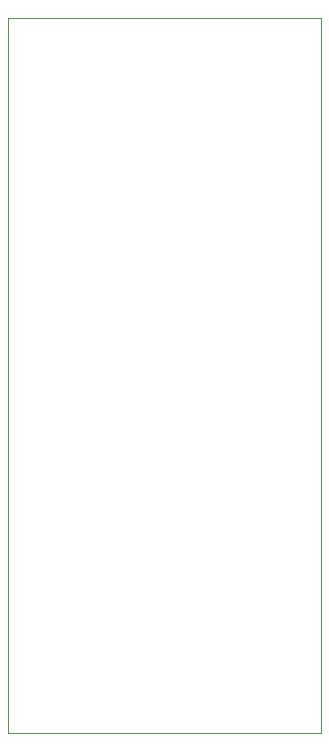
<source format=gm1>
G04 #@! TF.GenerationSoftware,KiCad,Pcbnew,5.1.5+dfsg1-2build2*
G04 #@! TF.CreationDate,2022-10-24T00:29:02+02:00*
G04 #@! TF.ProjectId,MBus_to_radio,4d427573-5f74-46f5-9f72-6164696f2e6b,rev?*
G04 #@! TF.SameCoordinates,Original*
G04 #@! TF.FileFunction,Profile,NP*
%FSLAX46Y46*%
G04 Gerber Fmt 4.6, Leading zero omitted, Abs format (unit mm)*
G04 Created by KiCad (PCBNEW 5.1.5+dfsg1-2build2) date 2022-10-24 00:29:02*
%MOMM*%
%LPD*%
G04 APERTURE LIST*
%ADD10C,0.050000*%
G04 APERTURE END LIST*
D10*
X96024700Y-55500000D02*
X96000000Y-55500000D01*
X122500000Y-55500000D02*
X96024700Y-55500000D01*
X122500000Y-116000000D02*
X122500000Y-55500000D01*
X96000000Y-116000000D02*
X122500000Y-116000000D01*
X96000000Y-55500000D02*
X96000000Y-116000000D01*
M02*

</source>
